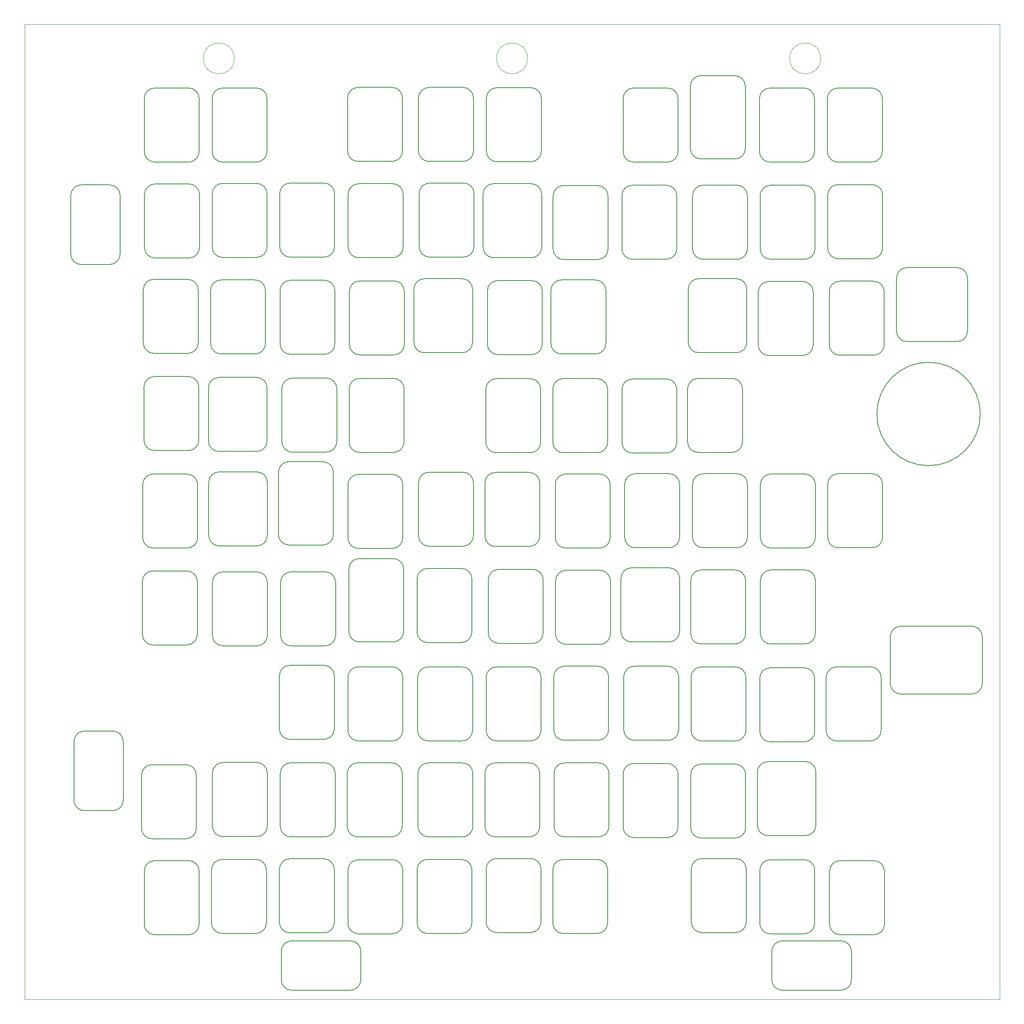
<source format=gbr>
%TF.GenerationSoftware,KiCad,Pcbnew,5.1.6-c6e7f7d~87~ubuntu18.04.1*%
%TF.CreationDate,2020-08-16T10:59:55+02:00*%
%TF.ProjectId,Elektronik,456c656b-7472-46f6-9e69-6b2e6b696361,rev?*%
%TF.SameCoordinates,Original*%
%TF.FileFunction,Profile,NP*%
%FSLAX46Y46*%
G04 Gerber Fmt 4.6, Leading zero omitted, Abs format (unit mm)*
G04 Created by KiCad (PCBNEW 5.1.6-c6e7f7d~87~ubuntu18.04.1) date 2020-08-16 10:59:55*
%MOMM*%
%LPD*%
G01*
G04 APERTURE LIST*
%TA.AperFunction,Profile*%
%ADD10C,0.150000*%
%TD*%
%TA.AperFunction,Profile*%
%ADD11C,0.050000*%
%TD*%
G04 APERTURE END LIST*
D10*
X115316000Y-85979000D02*
G75*
G02*
X113157000Y-83820000I0J2159000D01*
G01*
X113157000Y-72898000D02*
X113157000Y-83820000D01*
X125222000Y-72898000D02*
X125222000Y-83820000D01*
X115316000Y-70739000D02*
X123063000Y-70739000D01*
X123063000Y-70739000D02*
G75*
G02*
X125222000Y-72898000I0J-2159000D01*
G01*
X125222000Y-83820000D02*
G75*
G02*
X123063000Y-85979000I-2159000J0D01*
G01*
X123063000Y-85979000D02*
X115316000Y-85979000D01*
X113157000Y-72898000D02*
G75*
G02*
X115316000Y-70739000I2159000J0D01*
G01*
X211201000Y-144399000D02*
G75*
G02*
X213360000Y-142240000I2159000J0D01*
G01*
X213360000Y-142240000D02*
X227965000Y-142240000D01*
X227965000Y-156210000D02*
X213360000Y-156210000D01*
X230124000Y-154051000D02*
G75*
G02*
X227965000Y-156210000I-2159000J0D01*
G01*
X227965000Y-142240000D02*
G75*
G02*
X230124000Y-144399000I0J-2159000D01*
G01*
X230124000Y-144399000D02*
X230124000Y-154051000D01*
X213360000Y-156210000D02*
G75*
G02*
X211201000Y-154051000I0J2159000D01*
G01*
X211201000Y-144399000D02*
X211201000Y-154051000D01*
X44704000Y-51435000D02*
X50546000Y-51435000D01*
X52705000Y-65659000D02*
G75*
G02*
X50546000Y-67818000I-2159000J0D01*
G01*
X42545000Y-53594000D02*
G75*
G02*
X44704000Y-51435000I2159000J0D01*
G01*
X44704000Y-67818000D02*
X50546000Y-67818000D01*
X50546000Y-51435000D02*
G75*
G02*
X52705000Y-53594000I0J-2159000D01*
G01*
X42545000Y-65659000D02*
X42545000Y-53594000D01*
X44704000Y-67818000D02*
G75*
G02*
X42545000Y-65659000I0J2159000D01*
G01*
X52705000Y-53594000D02*
X52705000Y-65659000D01*
X51181000Y-163830000D02*
G75*
G02*
X53340000Y-165989000I0J-2159000D01*
G01*
X43180000Y-165989000D02*
G75*
G02*
X45339000Y-163830000I2159000J0D01*
G01*
X53340000Y-178054000D02*
G75*
G02*
X51181000Y-180213000I-2159000J0D01*
G01*
X45339000Y-163830000D02*
X51181000Y-163830000D01*
X45339000Y-180213000D02*
X51181000Y-180213000D01*
X43180000Y-178054000D02*
X43180000Y-165989000D01*
X45339000Y-180213000D02*
G75*
G02*
X43180000Y-178054000I0J2159000D01*
G01*
X53340000Y-165989000D02*
X53340000Y-178054000D01*
D11*
X136525000Y-25400000D02*
G75*
G03*
X136525000Y-25400000I-3175000J0D01*
G01*
X196850000Y-25400000D02*
G75*
G03*
X196850000Y-25400000I-3175000J0D01*
G01*
X76200000Y-25400000D02*
G75*
G03*
X76200000Y-25400000I-3175000J0D01*
G01*
D10*
X214630000Y-83693000D02*
G75*
G02*
X212471000Y-81534000I0J2159000D01*
G01*
X212471000Y-70612000D02*
X212471000Y-81534000D01*
X227076000Y-70612000D02*
X227076000Y-81534000D01*
X214630000Y-68453000D02*
X224917000Y-68453000D01*
X224917000Y-68453000D02*
G75*
G02*
X227076000Y-70612000I0J-2159000D01*
G01*
X227076000Y-81534000D02*
G75*
G02*
X224917000Y-83693000I-2159000J0D01*
G01*
X224917000Y-83693000D02*
X214630000Y-83693000D01*
X212471000Y-70612000D02*
G75*
G02*
X214630000Y-68453000I2159000J0D01*
G01*
X186817000Y-209169000D02*
X186817000Y-215011000D01*
X188976000Y-217170000D02*
G75*
G02*
X186817000Y-215011000I0J2159000D01*
G01*
X203200000Y-209169000D02*
X203200000Y-215011000D01*
X201041000Y-207010000D02*
G75*
G02*
X203200000Y-209169000I0J-2159000D01*
G01*
X203200000Y-215011000D02*
G75*
G02*
X201041000Y-217170000I-2159000J0D01*
G01*
X201041000Y-217170000D02*
X188976000Y-217170000D01*
X188976000Y-207010000D02*
X201041000Y-207010000D01*
X186817000Y-209169000D02*
G75*
G02*
X188976000Y-207010000I2159000J0D01*
G01*
X88011000Y-207010000D02*
X100076000Y-207010000D01*
X85852000Y-209169000D02*
X85852000Y-215011000D01*
X102235000Y-209169000D02*
X102235000Y-215011000D01*
X88011000Y-217170000D02*
G75*
G02*
X85852000Y-215011000I0J2159000D01*
G01*
X100076000Y-207010000D02*
G75*
G02*
X102235000Y-209169000I0J-2159000D01*
G01*
X102235000Y-215011000D02*
G75*
G02*
X100076000Y-217170000I-2159000J0D01*
G01*
X100076000Y-217170000D02*
X88011000Y-217170000D01*
X85852000Y-209169000D02*
G75*
G02*
X88011000Y-207010000I2159000J0D01*
G01*
X229719540Y-98575460D02*
G75*
G03*
X229719540Y-98575460I-10644540J0D01*
G01*
X181673500Y-72898000D02*
X181673500Y-83820000D01*
X169608500Y-72898000D02*
X169608500Y-83820000D01*
X171767500Y-70739000D02*
X179514500Y-70739000D01*
X171767500Y-85979000D02*
G75*
G02*
X169608500Y-83820000I0J2159000D01*
G01*
X181673500Y-83820000D02*
G75*
G02*
X179514500Y-85979000I-2159000J0D01*
G01*
X169608500Y-72898000D02*
G75*
G02*
X171767500Y-70739000I2159000J0D01*
G01*
X179514500Y-70739000D02*
G75*
G02*
X181673500Y-72898000I0J-2159000D01*
G01*
X179514500Y-85979000D02*
X171767500Y-85979000D01*
X170053000Y-31115000D02*
G75*
G02*
X172212000Y-28956000I2159000J0D01*
G01*
X170053000Y-31115000D02*
X170053000Y-43942000D01*
X179197000Y-46101000D02*
X172212000Y-46101000D01*
X172212000Y-46101000D02*
G75*
G02*
X170053000Y-43942000I0J2159000D01*
G01*
X179197000Y-28956000D02*
G75*
G02*
X181356000Y-31115000I0J-2159000D01*
G01*
X181356000Y-31115000D02*
X181356000Y-43942000D01*
X172212000Y-28956000D02*
X179197000Y-28956000D01*
X181356000Y-43942000D02*
G75*
G02*
X179197000Y-46101000I-2159000J0D01*
G01*
X96583500Y-110553500D02*
X96583500Y-123380500D01*
X94424500Y-125539500D02*
X87439500Y-125539500D01*
X94424500Y-108394500D02*
G75*
G02*
X96583500Y-110553500I0J-2159000D01*
G01*
X87439500Y-108394500D02*
X94424500Y-108394500D01*
X87439500Y-125539500D02*
G75*
G02*
X85280500Y-123380500I0J2159000D01*
G01*
X96583500Y-123380500D02*
G75*
G02*
X94424500Y-125539500I-2159000J0D01*
G01*
X85280500Y-110553500D02*
G75*
G02*
X87439500Y-108394500I2159000J0D01*
G01*
X85280500Y-110553500D02*
X85280500Y-123380500D01*
X99758500Y-130492500D02*
G75*
G02*
X101917500Y-128333500I2159000J0D01*
G01*
X99758500Y-130492500D02*
X99758500Y-143319500D01*
X108902500Y-145478500D02*
X101917500Y-145478500D01*
X101917500Y-145478500D02*
G75*
G02*
X99758500Y-143319500I0J2159000D01*
G01*
X108902500Y-128333500D02*
G75*
G02*
X111061500Y-130492500I0J-2159000D01*
G01*
X111061500Y-130492500D02*
X111061500Y-143319500D01*
X101917500Y-128333500D02*
X108902500Y-128333500D01*
X111061500Y-143319500D02*
G75*
G02*
X108902500Y-145478500I-2159000J0D01*
G01*
X70866000Y-93218000D02*
X70866000Y-104140000D01*
X70866000Y-93218000D02*
G75*
G02*
X73025000Y-91059000I2159000J0D01*
G01*
X73025000Y-106299000D02*
G75*
G02*
X70866000Y-104140000I0J2159000D01*
G01*
X80772000Y-106299000D02*
X73025000Y-106299000D01*
X80772000Y-91059000D02*
G75*
G02*
X82931000Y-93218000I0J-2159000D01*
G01*
X82931000Y-104140000D02*
G75*
G02*
X80772000Y-106299000I-2159000J0D01*
G01*
X82931000Y-93218000D02*
X82931000Y-104140000D01*
X73025000Y-91059000D02*
X80772000Y-91059000D01*
X195897500Y-172275500D02*
X195897500Y-183197500D01*
X185991500Y-185356500D02*
G75*
G02*
X183832500Y-183197500I0J2159000D01*
G01*
X185991500Y-170116500D02*
X193738500Y-170116500D01*
X195897500Y-183197500D02*
G75*
G02*
X193738500Y-185356500I-2159000J0D01*
G01*
X183832500Y-172275500D02*
G75*
G02*
X185991500Y-170116500I2159000J0D01*
G01*
X193738500Y-185356500D02*
X185991500Y-185356500D01*
X193738500Y-170116500D02*
G75*
G02*
X195897500Y-172275500I0J-2159000D01*
G01*
X183832500Y-172275500D02*
X183832500Y-183197500D01*
X167830500Y-132397500D02*
X167830500Y-143319500D01*
X157924500Y-145478500D02*
G75*
G02*
X155765500Y-143319500I0J2159000D01*
G01*
X155765500Y-132397500D02*
X155765500Y-143319500D01*
X165671500Y-130238500D02*
G75*
G02*
X167830500Y-132397500I0J-2159000D01*
G01*
X155765500Y-132397500D02*
G75*
G02*
X157924500Y-130238500I2159000J0D01*
G01*
X157924500Y-130238500D02*
X165671500Y-130238500D01*
X165671500Y-145478500D02*
X157924500Y-145478500D01*
X167830500Y-143319500D02*
G75*
G02*
X165671500Y-145478500I-2159000J0D01*
G01*
X82994500Y-112649000D02*
X82994500Y-123571000D01*
X70929500Y-112649000D02*
X70929500Y-123571000D01*
X73088500Y-110490000D02*
X80835500Y-110490000D01*
X73088500Y-125730000D02*
G75*
G02*
X70929500Y-123571000I0J2159000D01*
G01*
X82994500Y-123571000D02*
G75*
G02*
X80835500Y-125730000I-2159000J0D01*
G01*
X70929500Y-112649000D02*
G75*
G02*
X73088500Y-110490000I2159000J0D01*
G01*
X80835500Y-110490000D02*
G75*
G02*
X82994500Y-112649000I0J-2159000D01*
G01*
X80835500Y-125730000D02*
X73088500Y-125730000D01*
X139446000Y-53340000D02*
X139446000Y-64262000D01*
X127381000Y-53340000D02*
X127381000Y-64262000D01*
X129540000Y-51181000D02*
X137287000Y-51181000D01*
X129540000Y-66421000D02*
G75*
G02*
X127381000Y-64262000I0J2159000D01*
G01*
X139446000Y-64262000D02*
G75*
G02*
X137287000Y-66421000I-2159000J0D01*
G01*
X127381000Y-53340000D02*
G75*
G02*
X129540000Y-51181000I2159000J0D01*
G01*
X137287000Y-51181000D02*
G75*
G02*
X139446000Y-53340000I0J-2159000D01*
G01*
X137287000Y-66421000D02*
X129540000Y-66421000D01*
X156527500Y-113030000D02*
G75*
G02*
X158686500Y-110871000I2159000J0D01*
G01*
X156527500Y-113030000D02*
X156527500Y-123952000D01*
X165671500Y-126111000D02*
X158686500Y-126111000D01*
X165671500Y-110871000D02*
G75*
G02*
X167830500Y-113030000I0J-2159000D01*
G01*
X167830500Y-123952000D02*
G75*
G02*
X165671500Y-126111000I-2159000J0D01*
G01*
X158686500Y-110871000D02*
X165671500Y-110871000D01*
X167830500Y-113030000D02*
X167830500Y-123952000D01*
X158686500Y-126111000D02*
G75*
G02*
X156527500Y-123952000I0J2159000D01*
G01*
X151384000Y-126174500D02*
X144399000Y-126174500D01*
X153543000Y-113093500D02*
X153543000Y-124015500D01*
X151384000Y-110934500D02*
G75*
G02*
X153543000Y-113093500I0J-2159000D01*
G01*
X144399000Y-110934500D02*
X151384000Y-110934500D01*
X142240000Y-113093500D02*
G75*
G02*
X144399000Y-110934500I2159000J0D01*
G01*
X142240000Y-113093500D02*
X142240000Y-124015500D01*
X153543000Y-124015500D02*
G75*
G02*
X151384000Y-126174500I-2159000J0D01*
G01*
X144399000Y-126174500D02*
G75*
G02*
X142240000Y-124015500I0J2159000D01*
G01*
X129921000Y-125857000D02*
G75*
G02*
X127762000Y-123698000I0J2159000D01*
G01*
X129921000Y-110617000D02*
X136906000Y-110617000D01*
X139065000Y-112776000D02*
X139065000Y-123698000D01*
X136906000Y-110617000D02*
G75*
G02*
X139065000Y-112776000I0J-2159000D01*
G01*
X136906000Y-125857000D02*
X129921000Y-125857000D01*
X127762000Y-112776000D02*
G75*
G02*
X129921000Y-110617000I2159000J0D01*
G01*
X127762000Y-112776000D02*
X127762000Y-123698000D01*
X139065000Y-123698000D02*
G75*
G02*
X136906000Y-125857000I-2159000J0D01*
G01*
X123253500Y-125793500D02*
X116268500Y-125793500D01*
X123253500Y-110553500D02*
G75*
G02*
X125412500Y-112712500I0J-2159000D01*
G01*
X125412500Y-123634500D02*
G75*
G02*
X123253500Y-125793500I-2159000J0D01*
G01*
X116268500Y-125793500D02*
G75*
G02*
X114109500Y-123634500I0J2159000D01*
G01*
X116268500Y-110553500D02*
X123253500Y-110553500D01*
X114109500Y-112712500D02*
X114109500Y-123634500D01*
X114109500Y-112712500D02*
G75*
G02*
X116268500Y-110553500I2159000J0D01*
G01*
X125412500Y-112712500D02*
X125412500Y-123634500D01*
X99568000Y-113157000D02*
X99568000Y-124079000D01*
X108712000Y-110998000D02*
G75*
G02*
X110871000Y-113157000I0J-2159000D01*
G01*
X101727000Y-110998000D02*
X108712000Y-110998000D01*
X101727000Y-126238000D02*
G75*
G02*
X99568000Y-124079000I0J2159000D01*
G01*
X110871000Y-124079000D02*
G75*
G02*
X108712000Y-126238000I-2159000J0D01*
G01*
X108712000Y-126238000D02*
X101727000Y-126238000D01*
X110871000Y-113157000D02*
X110871000Y-124079000D01*
X99568000Y-113157000D02*
G75*
G02*
X101727000Y-110998000I2159000J0D01*
G01*
X207454500Y-51371500D02*
G75*
G02*
X209613500Y-53530500I0J-2159000D01*
G01*
X209613500Y-64452500D02*
G75*
G02*
X207454500Y-66611500I-2159000J0D01*
G01*
X200469500Y-66611500D02*
G75*
G02*
X198310500Y-64452500I0J2159000D01*
G01*
X209613500Y-53530500D02*
X209613500Y-64452500D01*
X200469500Y-51371500D02*
X207454500Y-51371500D01*
X207454500Y-66611500D02*
X200469500Y-66611500D01*
X198310500Y-53530500D02*
X198310500Y-64452500D01*
X198310500Y-53530500D02*
G75*
G02*
X200469500Y-51371500I2159000J0D01*
G01*
X186563000Y-51498500D02*
X193548000Y-51498500D01*
X184404000Y-53657500D02*
G75*
G02*
X186563000Y-51498500I2159000J0D01*
G01*
X193548000Y-51498500D02*
G75*
G02*
X195707000Y-53657500I0J-2159000D01*
G01*
X186563000Y-66738500D02*
G75*
G02*
X184404000Y-64579500I0J2159000D01*
G01*
X193548000Y-66738500D02*
X186563000Y-66738500D01*
X195707000Y-53657500D02*
X195707000Y-64579500D01*
X184404000Y-53657500D02*
X184404000Y-64579500D01*
X195707000Y-64579500D02*
G75*
G02*
X193548000Y-66738500I-2159000J0D01*
G01*
X200787000Y-71247000D02*
X207772000Y-71247000D01*
X207772000Y-71247000D02*
G75*
G02*
X209931000Y-73406000I0J-2159000D01*
G01*
X207772000Y-86487000D02*
X200787000Y-86487000D01*
X200787000Y-86487000D02*
G75*
G02*
X198628000Y-84328000I0J2159000D01*
G01*
X209931000Y-84328000D02*
G75*
G02*
X207772000Y-86487000I-2159000J0D01*
G01*
X198628000Y-73406000D02*
G75*
G02*
X200787000Y-71247000I2159000J0D01*
G01*
X198628000Y-73406000D02*
X198628000Y-84328000D01*
X209931000Y-73406000D02*
X209931000Y-84328000D01*
X186182000Y-71310500D02*
X193167000Y-71310500D01*
X195326000Y-73469500D02*
X195326000Y-84391500D01*
X195326000Y-84391500D02*
G75*
G02*
X193167000Y-86550500I-2159000J0D01*
G01*
X193167000Y-86550500D02*
X186182000Y-86550500D01*
X184023000Y-73469500D02*
G75*
G02*
X186182000Y-71310500I2159000J0D01*
G01*
X193167000Y-71310500D02*
G75*
G02*
X195326000Y-73469500I0J-2159000D01*
G01*
X186182000Y-86550500D02*
G75*
G02*
X184023000Y-84391500I0J2159000D01*
G01*
X184023000Y-73469500D02*
X184023000Y-84391500D01*
X141351000Y-73152000D02*
G75*
G02*
X143510000Y-70993000I2159000J0D01*
G01*
X141351000Y-73152000D02*
X141351000Y-84074000D01*
X150495000Y-70993000D02*
G75*
G02*
X152654000Y-73152000I0J-2159000D01*
G01*
X152654000Y-73152000D02*
X152654000Y-84074000D01*
X152654000Y-84074000D02*
G75*
G02*
X150495000Y-86233000I-2159000J0D01*
G01*
X150495000Y-86233000D02*
X143510000Y-86233000D01*
X143510000Y-70993000D02*
X150495000Y-70993000D01*
X143510000Y-86233000D02*
G75*
G02*
X141351000Y-84074000I0J2159000D01*
G01*
X130429000Y-71120000D02*
X137414000Y-71120000D01*
X139573000Y-84201000D02*
G75*
G02*
X137414000Y-86360000I-2159000J0D01*
G01*
X139573000Y-73279000D02*
X139573000Y-84201000D01*
X130429000Y-86360000D02*
G75*
G02*
X128270000Y-84201000I0J2159000D01*
G01*
X137414000Y-71120000D02*
G75*
G02*
X139573000Y-73279000I0J-2159000D01*
G01*
X128270000Y-73279000D02*
X128270000Y-84201000D01*
X137414000Y-86360000D02*
X130429000Y-86360000D01*
X128270000Y-73279000D02*
G75*
G02*
X130429000Y-71120000I2159000J0D01*
G01*
X111188500Y-84264500D02*
G75*
G02*
X109029500Y-86423500I-2159000J0D01*
G01*
X102044500Y-71183500D02*
X109029500Y-71183500D01*
X99885500Y-73342500D02*
G75*
G02*
X102044500Y-71183500I2159000J0D01*
G01*
X109029500Y-86423500D02*
X102044500Y-86423500D01*
X99885500Y-73342500D02*
X99885500Y-84264500D01*
X102044500Y-86423500D02*
G75*
G02*
X99885500Y-84264500I0J2159000D01*
G01*
X111188500Y-73342500D02*
X111188500Y-84264500D01*
X109029500Y-71183500D02*
G75*
G02*
X111188500Y-73342500I0J-2159000D01*
G01*
X96901000Y-73215500D02*
X96901000Y-84137500D01*
X94742000Y-86296500D02*
X87757000Y-86296500D01*
X96901000Y-84137500D02*
G75*
G02*
X94742000Y-86296500I-2159000J0D01*
G01*
X85598000Y-73215500D02*
G75*
G02*
X87757000Y-71056500I2159000J0D01*
G01*
X94742000Y-71056500D02*
G75*
G02*
X96901000Y-73215500I0J-2159000D01*
G01*
X85598000Y-73215500D02*
X85598000Y-84137500D01*
X87757000Y-71056500D02*
X94742000Y-71056500D01*
X87757000Y-86296500D02*
G75*
G02*
X85598000Y-84137500I0J2159000D01*
G01*
X97282000Y-104267000D02*
G75*
G02*
X95123000Y-106426000I-2159000J0D01*
G01*
X95123000Y-91186000D02*
G75*
G02*
X97282000Y-93345000I0J-2159000D01*
G01*
X88138000Y-91186000D02*
X95123000Y-91186000D01*
X95123000Y-106426000D02*
X88138000Y-106426000D01*
X88138000Y-106426000D02*
G75*
G02*
X85979000Y-104267000I0J2159000D01*
G01*
X85979000Y-93345000D02*
G75*
G02*
X88138000Y-91186000I2159000J0D01*
G01*
X97282000Y-93345000D02*
X97282000Y-104267000D01*
X85979000Y-93345000D02*
X85979000Y-104267000D01*
X99822000Y-93408500D02*
X99822000Y-104330500D01*
X111125000Y-93408500D02*
X111125000Y-104330500D01*
X108966000Y-91249500D02*
G75*
G02*
X111125000Y-93408500I0J-2159000D01*
G01*
X108966000Y-106489500D02*
X101981000Y-106489500D01*
X111125000Y-104330500D02*
G75*
G02*
X108966000Y-106489500I-2159000J0D01*
G01*
X101981000Y-91249500D02*
X108966000Y-91249500D01*
X101981000Y-106489500D02*
G75*
G02*
X99822000Y-104330500I0J2159000D01*
G01*
X99822000Y-93408500D02*
G75*
G02*
X101981000Y-91249500I2159000J0D01*
G01*
X130111500Y-91313000D02*
X137096500Y-91313000D01*
X127952500Y-93472000D02*
G75*
G02*
X130111500Y-91313000I2159000J0D01*
G01*
X127952500Y-93472000D02*
X127952500Y-104394000D01*
X137096500Y-106553000D02*
X130111500Y-106553000D01*
X139255500Y-93472000D02*
X139255500Y-104394000D01*
X137096500Y-91313000D02*
G75*
G02*
X139255500Y-93472000I0J-2159000D01*
G01*
X130111500Y-106553000D02*
G75*
G02*
X127952500Y-104394000I0J2159000D01*
G01*
X139255500Y-104394000D02*
G75*
G02*
X137096500Y-106553000I-2159000J0D01*
G01*
X143891000Y-91313000D02*
X150876000Y-91313000D01*
X141732000Y-93472000D02*
G75*
G02*
X143891000Y-91313000I2159000J0D01*
G01*
X143891000Y-106553000D02*
G75*
G02*
X141732000Y-104394000I0J2159000D01*
G01*
X150876000Y-91313000D02*
G75*
G02*
X153035000Y-93472000I0J-2159000D01*
G01*
X153035000Y-93472000D02*
X153035000Y-104394000D01*
X141732000Y-93472000D02*
X141732000Y-104394000D01*
X153035000Y-104394000D02*
G75*
G02*
X150876000Y-106553000I-2159000J0D01*
G01*
X150876000Y-106553000D02*
X143891000Y-106553000D01*
X155956000Y-93535500D02*
X155956000Y-104457500D01*
X167259000Y-93535500D02*
X167259000Y-104457500D01*
X158115000Y-106616500D02*
G75*
G02*
X155956000Y-104457500I0J2159000D01*
G01*
X155956000Y-93535500D02*
G75*
G02*
X158115000Y-91376500I2159000J0D01*
G01*
X158115000Y-91376500D02*
X165100000Y-91376500D01*
X167259000Y-104457500D02*
G75*
G02*
X165100000Y-106616500I-2159000J0D01*
G01*
X165100000Y-106616500D02*
X158115000Y-106616500D01*
X165100000Y-91376500D02*
G75*
G02*
X167259000Y-93535500I0J-2159000D01*
G01*
X171640500Y-106489500D02*
G75*
G02*
X169481500Y-104330500I0J2159000D01*
G01*
X169481500Y-93408500D02*
X169481500Y-104330500D01*
X178625500Y-91249500D02*
G75*
G02*
X180784500Y-93408500I0J-2159000D01*
G01*
X169481500Y-93408500D02*
G75*
G02*
X171640500Y-91249500I2159000J0D01*
G01*
X171640500Y-91249500D02*
X178625500Y-91249500D01*
X180784500Y-104330500D02*
G75*
G02*
X178625500Y-106489500I-2159000J0D01*
G01*
X178625500Y-106489500D02*
X171640500Y-106489500D01*
X180784500Y-93408500D02*
X180784500Y-104330500D01*
X179641500Y-110871000D02*
G75*
G02*
X181800500Y-113030000I0J-2159000D01*
G01*
X170497500Y-113030000D02*
G75*
G02*
X172656500Y-110871000I2159000J0D01*
G01*
X181800500Y-123952000D02*
G75*
G02*
X179641500Y-126111000I-2159000J0D01*
G01*
X179641500Y-126111000D02*
X172656500Y-126111000D01*
X172656500Y-110871000D02*
X179641500Y-110871000D01*
X181800500Y-113030000D02*
X181800500Y-123952000D01*
X170497500Y-113030000D02*
X170497500Y-123952000D01*
X172656500Y-126111000D02*
G75*
G02*
X170497500Y-123952000I0J2159000D01*
G01*
X186626500Y-110934500D02*
X193611500Y-110934500D01*
X184467500Y-113093500D02*
G75*
G02*
X186626500Y-110934500I2159000J0D01*
G01*
X193611500Y-126174500D02*
X186626500Y-126174500D01*
X184467500Y-113093500D02*
X184467500Y-124015500D01*
X186626500Y-126174500D02*
G75*
G02*
X184467500Y-124015500I0J2159000D01*
G01*
X193611500Y-110934500D02*
G75*
G02*
X195770500Y-113093500I0J-2159000D01*
G01*
X195770500Y-124015500D02*
G75*
G02*
X193611500Y-126174500I-2159000J0D01*
G01*
X195770500Y-113093500D02*
X195770500Y-124015500D01*
X209613500Y-123952000D02*
G75*
G02*
X207454500Y-126111000I-2159000J0D01*
G01*
X200469500Y-126111000D02*
G75*
G02*
X198310500Y-123952000I0J2159000D01*
G01*
X198310500Y-113030000D02*
X198310500Y-123952000D01*
X198310500Y-113030000D02*
G75*
G02*
X200469500Y-110871000I2159000J0D01*
G01*
X209613500Y-113030000D02*
X209613500Y-123952000D01*
X200469500Y-110871000D02*
X207454500Y-110871000D01*
X207454500Y-126111000D02*
X200469500Y-126111000D01*
X207454500Y-110871000D02*
G75*
G02*
X209613500Y-113030000I0J-2159000D01*
G01*
X122936000Y-130365500D02*
G75*
G02*
X125095000Y-132524500I0J-2159000D01*
G01*
X113792000Y-132524500D02*
X113792000Y-143446500D01*
X122936000Y-145605500D02*
X115951000Y-145605500D01*
X115951000Y-145605500D02*
G75*
G02*
X113792000Y-143446500I0J2159000D01*
G01*
X113792000Y-132524500D02*
G75*
G02*
X115951000Y-130365500I2159000J0D01*
G01*
X125095000Y-132524500D02*
X125095000Y-143446500D01*
X115951000Y-130365500D02*
X122936000Y-130365500D01*
X125095000Y-143446500D02*
G75*
G02*
X122936000Y-145605500I-2159000J0D01*
G01*
X128460500Y-132715000D02*
G75*
G02*
X130619500Y-130556000I2159000J0D01*
G01*
X139763500Y-143637000D02*
G75*
G02*
X137604500Y-145796000I-2159000J0D01*
G01*
X137604500Y-145796000D02*
X130619500Y-145796000D01*
X130619500Y-130556000D02*
X137604500Y-130556000D01*
X137604500Y-130556000D02*
G75*
G02*
X139763500Y-132715000I0J-2159000D01*
G01*
X139763500Y-132715000D02*
X139763500Y-143637000D01*
X128460500Y-132715000D02*
X128460500Y-143637000D01*
X130619500Y-145796000D02*
G75*
G02*
X128460500Y-143637000I0J2159000D01*
G01*
X142303500Y-132905500D02*
X142303500Y-143827500D01*
X151447500Y-130746500D02*
G75*
G02*
X153606500Y-132905500I0J-2159000D01*
G01*
X144462500Y-130746500D02*
X151447500Y-130746500D01*
X153606500Y-143827500D02*
G75*
G02*
X151447500Y-145986500I-2159000J0D01*
G01*
X142303500Y-132905500D02*
G75*
G02*
X144462500Y-130746500I2159000J0D01*
G01*
X151447500Y-145986500D02*
X144462500Y-145986500D01*
X144462500Y-145986500D02*
G75*
G02*
X142303500Y-143827500I0J2159000D01*
G01*
X153606500Y-132905500D02*
X153606500Y-143827500D01*
X181419500Y-143764000D02*
G75*
G02*
X179260500Y-145923000I-2159000J0D01*
G01*
X170116500Y-132842000D02*
G75*
G02*
X172275500Y-130683000I2159000J0D01*
G01*
X181419500Y-132842000D02*
X181419500Y-143764000D01*
X172275500Y-130683000D02*
X179260500Y-130683000D01*
X179260500Y-145923000D02*
X172275500Y-145923000D01*
X170116500Y-132842000D02*
X170116500Y-143764000D01*
X179260500Y-130683000D02*
G75*
G02*
X181419500Y-132842000I0J-2159000D01*
G01*
X172275500Y-145923000D02*
G75*
G02*
X170116500Y-143764000I0J2159000D01*
G01*
X186626500Y-145923000D02*
G75*
G02*
X184467500Y-143764000I0J2159000D01*
G01*
X186626500Y-130683000D02*
X193611500Y-130683000D01*
X184467500Y-132842000D02*
G75*
G02*
X186626500Y-130683000I2159000J0D01*
G01*
X195770500Y-143764000D02*
G75*
G02*
X193611500Y-145923000I-2159000J0D01*
G01*
X195770500Y-132842000D02*
X195770500Y-143764000D01*
X184467500Y-132842000D02*
X184467500Y-143764000D01*
X193611500Y-130683000D02*
G75*
G02*
X195770500Y-132842000I0J-2159000D01*
G01*
X193611500Y-145923000D02*
X186626500Y-145923000D01*
X209296000Y-163703000D02*
G75*
G02*
X207137000Y-165862000I-2159000J0D01*
G01*
X200152000Y-165862000D02*
G75*
G02*
X197993000Y-163703000I0J2159000D01*
G01*
X200152000Y-150622000D02*
X207137000Y-150622000D01*
X207137000Y-150622000D02*
G75*
G02*
X209296000Y-152781000I0J-2159000D01*
G01*
X207137000Y-165862000D02*
X200152000Y-165862000D01*
X197993000Y-152781000D02*
G75*
G02*
X200152000Y-150622000I2159000J0D01*
G01*
X209296000Y-152781000D02*
X209296000Y-163703000D01*
X197993000Y-152781000D02*
X197993000Y-163703000D01*
X186499500Y-166052500D02*
G75*
G02*
X184340500Y-163893500I0J2159000D01*
G01*
X184340500Y-152971500D02*
G75*
G02*
X186499500Y-150812500I2159000J0D01*
G01*
X195643500Y-163893500D02*
G75*
G02*
X193484500Y-166052500I-2159000J0D01*
G01*
X184340500Y-152971500D02*
X184340500Y-163893500D01*
X195643500Y-152971500D02*
X195643500Y-163893500D01*
X193484500Y-166052500D02*
X186499500Y-166052500D01*
X186499500Y-150812500D02*
X193484500Y-150812500D01*
X193484500Y-150812500D02*
G75*
G02*
X195643500Y-152971500I0J-2159000D01*
G01*
X179324000Y-150622000D02*
G75*
G02*
X181483000Y-152781000I0J-2159000D01*
G01*
X179324000Y-165862000D02*
X172339000Y-165862000D01*
X181483000Y-152781000D02*
X181483000Y-163703000D01*
X181483000Y-163703000D02*
G75*
G02*
X179324000Y-165862000I-2159000J0D01*
G01*
X170180000Y-152781000D02*
G75*
G02*
X172339000Y-150622000I2159000J0D01*
G01*
X170180000Y-152781000D02*
X170180000Y-163703000D01*
X172339000Y-150622000D02*
X179324000Y-150622000D01*
X172339000Y-165862000D02*
G75*
G02*
X170180000Y-163703000I0J2159000D01*
G01*
X165481000Y-165735000D02*
X158496000Y-165735000D01*
X167640000Y-152654000D02*
X167640000Y-163576000D01*
X165481000Y-150495000D02*
G75*
G02*
X167640000Y-152654000I0J-2159000D01*
G01*
X167640000Y-163576000D02*
G75*
G02*
X165481000Y-165735000I-2159000J0D01*
G01*
X158496000Y-165735000D02*
G75*
G02*
X156337000Y-163576000I0J2159000D01*
G01*
X156337000Y-152654000D02*
G75*
G02*
X158496000Y-150495000I2159000J0D01*
G01*
X158496000Y-150495000D02*
X165481000Y-150495000D01*
X156337000Y-152654000D02*
X156337000Y-163576000D01*
X151066500Y-165735000D02*
X144081500Y-165735000D01*
X141922500Y-152654000D02*
G75*
G02*
X144081500Y-150495000I2159000J0D01*
G01*
X153225500Y-163576000D02*
G75*
G02*
X151066500Y-165735000I-2159000J0D01*
G01*
X144081500Y-150495000D02*
X151066500Y-150495000D01*
X144081500Y-165735000D02*
G75*
G02*
X141922500Y-163576000I0J2159000D01*
G01*
X151066500Y-150495000D02*
G75*
G02*
X153225500Y-152654000I0J-2159000D01*
G01*
X141922500Y-152654000D02*
X141922500Y-163576000D01*
X153225500Y-152654000D02*
X153225500Y-163576000D01*
X130175000Y-165862000D02*
G75*
G02*
X128016000Y-163703000I0J2159000D01*
G01*
X139319000Y-163703000D02*
G75*
G02*
X137160000Y-165862000I-2159000J0D01*
G01*
X137160000Y-165862000D02*
X130175000Y-165862000D01*
X137160000Y-150622000D02*
G75*
G02*
X139319000Y-152781000I0J-2159000D01*
G01*
X128016000Y-152781000D02*
G75*
G02*
X130175000Y-150622000I2159000J0D01*
G01*
X128016000Y-152781000D02*
X128016000Y-163703000D01*
X130175000Y-150622000D02*
X137160000Y-150622000D01*
X139319000Y-152781000D02*
X139319000Y-163703000D01*
X108712000Y-165862000D02*
X101727000Y-165862000D01*
X110871000Y-163703000D02*
G75*
G02*
X108712000Y-165862000I-2159000J0D01*
G01*
X110871000Y-152781000D02*
X110871000Y-163703000D01*
X99568000Y-152781000D02*
X99568000Y-163703000D01*
X108712000Y-150622000D02*
G75*
G02*
X110871000Y-152781000I0J-2159000D01*
G01*
X99568000Y-152781000D02*
G75*
G02*
X101727000Y-150622000I2159000J0D01*
G01*
X101727000Y-165862000D02*
G75*
G02*
X99568000Y-163703000I0J2159000D01*
G01*
X101727000Y-150622000D02*
X108712000Y-150622000D01*
X123063000Y-165862000D02*
X116078000Y-165862000D01*
X123063000Y-150622000D02*
G75*
G02*
X125222000Y-152781000I0J-2159000D01*
G01*
X125222000Y-163703000D02*
G75*
G02*
X123063000Y-165862000I-2159000J0D01*
G01*
X113919000Y-152781000D02*
G75*
G02*
X116078000Y-150622000I2159000J0D01*
G01*
X116078000Y-165862000D02*
G75*
G02*
X113919000Y-163703000I0J2159000D01*
G01*
X113919000Y-152781000D02*
X113919000Y-163703000D01*
X125222000Y-152781000D02*
X125222000Y-163703000D01*
X116078000Y-150622000D02*
X123063000Y-150622000D01*
X82994500Y-172466000D02*
X82994500Y-183388000D01*
X73850500Y-185547000D02*
G75*
G02*
X71691500Y-183388000I0J2159000D01*
G01*
X71691500Y-172466000D02*
X71691500Y-183388000D01*
X80835500Y-185547000D02*
X73850500Y-185547000D01*
X80835500Y-170307000D02*
G75*
G02*
X82994500Y-172466000I0J-2159000D01*
G01*
X71691500Y-172466000D02*
G75*
G02*
X73850500Y-170307000I2159000J0D01*
G01*
X73850500Y-170307000D02*
X80835500Y-170307000D01*
X82994500Y-183388000D02*
G75*
G02*
X80835500Y-185547000I-2159000J0D01*
G01*
X85661500Y-172529500D02*
G75*
G02*
X87820500Y-170370500I2159000J0D01*
G01*
X94805500Y-185610500D02*
X87820500Y-185610500D01*
X85661500Y-172529500D02*
X85661500Y-183451500D01*
X96964500Y-172529500D02*
X96964500Y-183451500D01*
X94805500Y-170370500D02*
G75*
G02*
X96964500Y-172529500I0J-2159000D01*
G01*
X96964500Y-183451500D02*
G75*
G02*
X94805500Y-185610500I-2159000J0D01*
G01*
X87820500Y-185610500D02*
G75*
G02*
X85661500Y-183451500I0J2159000D01*
G01*
X87820500Y-170370500D02*
X94805500Y-170370500D01*
X108585000Y-170370500D02*
G75*
G02*
X110744000Y-172529500I0J-2159000D01*
G01*
X101600000Y-185610500D02*
G75*
G02*
X99441000Y-183451500I0J2159000D01*
G01*
X99441000Y-172529500D02*
G75*
G02*
X101600000Y-170370500I2159000J0D01*
G01*
X108585000Y-185610500D02*
X101600000Y-185610500D01*
X110744000Y-183451500D02*
G75*
G02*
X108585000Y-185610500I-2159000J0D01*
G01*
X101600000Y-170370500D02*
X108585000Y-170370500D01*
X110744000Y-172529500D02*
X110744000Y-183451500D01*
X99441000Y-172529500D02*
X99441000Y-183451500D01*
X125285500Y-183451500D02*
G75*
G02*
X123126500Y-185610500I-2159000J0D01*
G01*
X116141500Y-170370500D02*
X123126500Y-170370500D01*
X116141500Y-185610500D02*
G75*
G02*
X113982500Y-183451500I0J2159000D01*
G01*
X123126500Y-170370500D02*
G75*
G02*
X125285500Y-172529500I0J-2159000D01*
G01*
X125285500Y-172529500D02*
X125285500Y-183451500D01*
X113982500Y-172529500D02*
G75*
G02*
X116141500Y-170370500I2159000J0D01*
G01*
X113982500Y-172529500D02*
X113982500Y-183451500D01*
X123126500Y-185610500D02*
X116141500Y-185610500D01*
X127762000Y-172529500D02*
X127762000Y-183451500D01*
X139065000Y-183451500D02*
G75*
G02*
X136906000Y-185610500I-2159000J0D01*
G01*
X129921000Y-185610500D02*
G75*
G02*
X127762000Y-183451500I0J2159000D01*
G01*
X139065000Y-172529500D02*
X139065000Y-183451500D01*
X136906000Y-185610500D02*
X129921000Y-185610500D01*
X127762000Y-172529500D02*
G75*
G02*
X129921000Y-170370500I2159000J0D01*
G01*
X136906000Y-170370500D02*
G75*
G02*
X139065000Y-172529500I0J-2159000D01*
G01*
X129921000Y-170370500D02*
X136906000Y-170370500D01*
X144145000Y-185610500D02*
G75*
G02*
X141986000Y-183451500I0J2159000D01*
G01*
X153289000Y-172529500D02*
X153289000Y-183451500D01*
X153289000Y-183451500D02*
G75*
G02*
X151130000Y-185610500I-2159000J0D01*
G01*
X141986000Y-172529500D02*
X141986000Y-183451500D01*
X141986000Y-172529500D02*
G75*
G02*
X144145000Y-170370500I2159000J0D01*
G01*
X151130000Y-185610500D02*
X144145000Y-185610500D01*
X144145000Y-170370500D02*
X151130000Y-170370500D01*
X151130000Y-170370500D02*
G75*
G02*
X153289000Y-172529500I0J-2159000D01*
G01*
X158369000Y-185737500D02*
G75*
G02*
X156210000Y-183578500I0J2159000D01*
G01*
X158369000Y-170497500D02*
X165354000Y-170497500D01*
X165354000Y-185737500D02*
X158369000Y-185737500D01*
X156210000Y-172656500D02*
G75*
G02*
X158369000Y-170497500I2159000J0D01*
G01*
X167513000Y-172656500D02*
X167513000Y-183578500D01*
X165354000Y-170497500D02*
G75*
G02*
X167513000Y-172656500I0J-2159000D01*
G01*
X167513000Y-183578500D02*
G75*
G02*
X165354000Y-185737500I-2159000J0D01*
G01*
X156210000Y-172656500D02*
X156210000Y-183578500D01*
X170116500Y-172783500D02*
X170116500Y-183705500D01*
X181419500Y-172783500D02*
X181419500Y-183705500D01*
X172275500Y-170624500D02*
X179260500Y-170624500D01*
X172275500Y-185864500D02*
G75*
G02*
X170116500Y-183705500I0J2159000D01*
G01*
X179260500Y-185864500D02*
X172275500Y-185864500D01*
X181419500Y-183705500D02*
G75*
G02*
X179260500Y-185864500I-2159000J0D01*
G01*
X179260500Y-170624500D02*
G75*
G02*
X181419500Y-172783500I0J-2159000D01*
G01*
X170116500Y-172783500D02*
G75*
G02*
X172275500Y-170624500I2159000J0D01*
G01*
X209994500Y-192659000D02*
X209994500Y-203581000D01*
X207835500Y-205740000D02*
X200850500Y-205740000D01*
X200850500Y-205740000D02*
G75*
G02*
X198691500Y-203581000I0J2159000D01*
G01*
X209994500Y-203581000D02*
G75*
G02*
X207835500Y-205740000I-2159000J0D01*
G01*
X207835500Y-190500000D02*
G75*
G02*
X209994500Y-192659000I0J-2159000D01*
G01*
X200850500Y-190500000D02*
X207835500Y-190500000D01*
X198691500Y-192659000D02*
X198691500Y-203581000D01*
X198691500Y-192659000D02*
G75*
G02*
X200850500Y-190500000I2159000J0D01*
G01*
X184340500Y-192468500D02*
X184340500Y-203390500D01*
X193484500Y-205549500D02*
X186499500Y-205549500D01*
X195643500Y-203390500D02*
G75*
G02*
X193484500Y-205549500I-2159000J0D01*
G01*
X193484500Y-190309500D02*
G75*
G02*
X195643500Y-192468500I0J-2159000D01*
G01*
X184340500Y-192468500D02*
G75*
G02*
X186499500Y-190309500I2159000J0D01*
G01*
X195643500Y-192468500D02*
X195643500Y-203390500D01*
X186499500Y-205549500D02*
G75*
G02*
X184340500Y-203390500I0J2159000D01*
G01*
X186499500Y-190309500D02*
X193484500Y-190309500D01*
X181546500Y-203136500D02*
G75*
G02*
X179387500Y-205295500I-2159000J0D01*
G01*
X179387500Y-190055500D02*
G75*
G02*
X181546500Y-192214500I0J-2159000D01*
G01*
X181546500Y-192214500D02*
X181546500Y-203136500D01*
X170243500Y-192214500D02*
G75*
G02*
X172402500Y-190055500I2159000J0D01*
G01*
X179387500Y-205295500D02*
X172402500Y-205295500D01*
X172402500Y-190055500D02*
X179387500Y-190055500D01*
X172402500Y-205295500D02*
G75*
G02*
X170243500Y-203136500I0J2159000D01*
G01*
X170243500Y-192214500D02*
X170243500Y-203136500D01*
X141732000Y-192405000D02*
X141732000Y-203327000D01*
X143891000Y-190246000D02*
X150876000Y-190246000D01*
X150876000Y-205486000D02*
X143891000Y-205486000D01*
X153035000Y-192405000D02*
X153035000Y-203327000D01*
X150876000Y-190246000D02*
G75*
G02*
X153035000Y-192405000I0J-2159000D01*
G01*
X141732000Y-192405000D02*
G75*
G02*
X143891000Y-190246000I2159000J0D01*
G01*
X143891000Y-205486000D02*
G75*
G02*
X141732000Y-203327000I0J2159000D01*
G01*
X153035000Y-203327000D02*
G75*
G02*
X150876000Y-205486000I-2159000J0D01*
G01*
X130175000Y-205295500D02*
G75*
G02*
X128016000Y-203136500I0J2159000D01*
G01*
X139319000Y-203136500D02*
G75*
G02*
X137160000Y-205295500I-2159000J0D01*
G01*
X128016000Y-192214500D02*
X128016000Y-203136500D01*
X128016000Y-192214500D02*
G75*
G02*
X130175000Y-190055500I2159000J0D01*
G01*
X137160000Y-190055500D02*
G75*
G02*
X139319000Y-192214500I0J-2159000D01*
G01*
X130175000Y-190055500D02*
X137160000Y-190055500D01*
X139319000Y-192214500D02*
X139319000Y-203136500D01*
X137160000Y-205295500D02*
X130175000Y-205295500D01*
X122936000Y-205486000D02*
X115951000Y-205486000D01*
X113792000Y-192405000D02*
X113792000Y-203327000D01*
X122936000Y-190246000D02*
G75*
G02*
X125095000Y-192405000I0J-2159000D01*
G01*
X125095000Y-203327000D02*
G75*
G02*
X122936000Y-205486000I-2159000J0D01*
G01*
X113792000Y-192405000D02*
G75*
G02*
X115951000Y-190246000I2159000J0D01*
G01*
X125095000Y-192405000D02*
X125095000Y-203327000D01*
X115951000Y-205486000D02*
G75*
G02*
X113792000Y-203327000I0J2159000D01*
G01*
X115951000Y-190246000D02*
X122936000Y-190246000D01*
X108712000Y-205549500D02*
X101727000Y-205549500D01*
X101727000Y-190309500D02*
X108712000Y-190309500D01*
X110871000Y-203390500D02*
G75*
G02*
X108712000Y-205549500I-2159000J0D01*
G01*
X108712000Y-190309500D02*
G75*
G02*
X110871000Y-192468500I0J-2159000D01*
G01*
X99568000Y-192468500D02*
X99568000Y-203390500D01*
X99568000Y-192468500D02*
G75*
G02*
X101727000Y-190309500I2159000J0D01*
G01*
X101727000Y-205549500D02*
G75*
G02*
X99568000Y-203390500I0J2159000D01*
G01*
X110871000Y-192468500D02*
X110871000Y-203390500D01*
X87630000Y-205359000D02*
G75*
G02*
X85471000Y-203200000I0J2159000D01*
G01*
X96774000Y-203200000D02*
G75*
G02*
X94615000Y-205359000I-2159000J0D01*
G01*
X94615000Y-205359000D02*
X87630000Y-205359000D01*
X94615000Y-190119000D02*
G75*
G02*
X96774000Y-192278000I0J-2159000D01*
G01*
X85471000Y-192278000D02*
X85471000Y-203200000D01*
X96774000Y-192278000D02*
X96774000Y-203200000D01*
X85471000Y-192278000D02*
G75*
G02*
X87630000Y-190119000I2159000J0D01*
G01*
X87630000Y-190119000D02*
X94615000Y-190119000D01*
X82804000Y-203327000D02*
G75*
G02*
X80645000Y-205486000I-2159000J0D01*
G01*
X73660000Y-205486000D02*
G75*
G02*
X71501000Y-203327000I0J2159000D01*
G01*
X80645000Y-205486000D02*
X73660000Y-205486000D01*
X82804000Y-192405000D02*
X82804000Y-203327000D01*
X71501000Y-192405000D02*
G75*
G02*
X73660000Y-190246000I2159000J0D01*
G01*
X80645000Y-190246000D02*
G75*
G02*
X82804000Y-192405000I0J-2159000D01*
G01*
X71501000Y-192405000D02*
X71501000Y-203327000D01*
X73660000Y-190246000D02*
X80645000Y-190246000D01*
X57658000Y-192659000D02*
X57658000Y-203581000D01*
X57658000Y-192659000D02*
G75*
G02*
X59817000Y-190500000I2159000J0D01*
G01*
X66802000Y-190500000D02*
G75*
G02*
X68961000Y-192659000I0J-2159000D01*
G01*
X66802000Y-205740000D02*
X59817000Y-205740000D01*
X59817000Y-190500000D02*
X66802000Y-190500000D01*
X68961000Y-203581000D02*
G75*
G02*
X66802000Y-205740000I-2159000J0D01*
G01*
X59817000Y-205740000D02*
G75*
G02*
X57658000Y-203581000I0J2159000D01*
G01*
X68961000Y-192659000D02*
X68961000Y-203581000D01*
X57086500Y-172910500D02*
G75*
G02*
X59245500Y-170751500I2159000J0D01*
G01*
X57086500Y-172910500D02*
X57086500Y-183832500D01*
X68389500Y-172910500D02*
X68389500Y-183832500D01*
X59245500Y-170751500D02*
X66230500Y-170751500D01*
X59245500Y-185991500D02*
G75*
G02*
X57086500Y-183832500I0J2159000D01*
G01*
X66230500Y-170751500D02*
G75*
G02*
X68389500Y-172910500I0J-2159000D01*
G01*
X66230500Y-185991500D02*
X59245500Y-185991500D01*
X68389500Y-183832500D02*
G75*
G02*
X66230500Y-185991500I-2159000J0D01*
G01*
X87630000Y-150304500D02*
X94615000Y-150304500D01*
X94615000Y-150304500D02*
G75*
G02*
X96774000Y-152463500I0J-2159000D01*
G01*
X96774000Y-163385500D02*
G75*
G02*
X94615000Y-165544500I-2159000J0D01*
G01*
X94615000Y-165544500D02*
X87630000Y-165544500D01*
X85471000Y-152463500D02*
X85471000Y-163385500D01*
X87630000Y-165544500D02*
G75*
G02*
X85471000Y-163385500I0J2159000D01*
G01*
X96774000Y-152463500D02*
X96774000Y-163385500D01*
X85471000Y-152463500D02*
G75*
G02*
X87630000Y-150304500I2159000J0D01*
G01*
X97028000Y-133223000D02*
X97028000Y-144145000D01*
X97028000Y-144145000D02*
G75*
G02*
X94869000Y-146304000I-2159000J0D01*
G01*
X94869000Y-146304000D02*
X87884000Y-146304000D01*
X87884000Y-131064000D02*
X94869000Y-131064000D01*
X94869000Y-131064000D02*
G75*
G02*
X97028000Y-133223000I0J-2159000D01*
G01*
X85725000Y-133223000D02*
X85725000Y-144145000D01*
X85725000Y-133223000D02*
G75*
G02*
X87884000Y-131064000I2159000J0D01*
G01*
X87884000Y-146304000D02*
G75*
G02*
X85725000Y-144145000I0J2159000D01*
G01*
X80835500Y-146304000D02*
X73850500Y-146304000D01*
X71691500Y-133223000D02*
X71691500Y-144145000D01*
X71691500Y-133223000D02*
G75*
G02*
X73850500Y-131064000I2159000J0D01*
G01*
X82994500Y-144145000D02*
G75*
G02*
X80835500Y-146304000I-2159000J0D01*
G01*
X73850500Y-146304000D02*
G75*
G02*
X71691500Y-144145000I0J2159000D01*
G01*
X80835500Y-131064000D02*
G75*
G02*
X82994500Y-133223000I0J-2159000D01*
G01*
X82994500Y-133223000D02*
X82994500Y-144145000D01*
X73850500Y-131064000D02*
X80835500Y-131064000D01*
X57277000Y-133032500D02*
G75*
G02*
X59436000Y-130873500I2159000J0D01*
G01*
X57277000Y-133032500D02*
X57277000Y-143954500D01*
X66421000Y-146113500D02*
X59436000Y-146113500D01*
X66421000Y-130873500D02*
G75*
G02*
X68580000Y-133032500I0J-2159000D01*
G01*
X59436000Y-130873500D02*
X66421000Y-130873500D01*
X59436000Y-146113500D02*
G75*
G02*
X57277000Y-143954500I0J2159000D01*
G01*
X68580000Y-143954500D02*
G75*
G02*
X66421000Y-146113500I-2159000J0D01*
G01*
X68580000Y-133032500D02*
X68580000Y-143954500D01*
X59499500Y-110934500D02*
X66484500Y-110934500D01*
X57340500Y-113093500D02*
X57340500Y-124015500D01*
X66484500Y-126174500D02*
X59499500Y-126174500D01*
X66484500Y-110934500D02*
G75*
G02*
X68643500Y-113093500I0J-2159000D01*
G01*
X59499500Y-126174500D02*
G75*
G02*
X57340500Y-124015500I0J2159000D01*
G01*
X57340500Y-113093500D02*
G75*
G02*
X59499500Y-110934500I2159000J0D01*
G01*
X68643500Y-113093500D02*
X68643500Y-124015500D01*
X68643500Y-124015500D02*
G75*
G02*
X66484500Y-126174500I-2159000J0D01*
G01*
X57594500Y-93027500D02*
X57594500Y-103949500D01*
X68897500Y-103949500D02*
G75*
G02*
X66738500Y-106108500I-2159000J0D01*
G01*
X66738500Y-90868500D02*
G75*
G02*
X68897500Y-93027500I0J-2159000D01*
G01*
X57594500Y-93027500D02*
G75*
G02*
X59753500Y-90868500I2159000J0D01*
G01*
X68897500Y-93027500D02*
X68897500Y-103949500D01*
X66738500Y-106108500D02*
X59753500Y-106108500D01*
X59753500Y-90868500D02*
X66738500Y-90868500D01*
X59753500Y-106108500D02*
G75*
G02*
X57594500Y-103949500I0J2159000D01*
G01*
X80454500Y-86233000D02*
X73469500Y-86233000D01*
X82613500Y-84074000D02*
G75*
G02*
X80454500Y-86233000I-2159000J0D01*
G01*
X73469500Y-70993000D02*
X80454500Y-70993000D01*
X71310500Y-73152000D02*
X71310500Y-84074000D01*
X71310500Y-73152000D02*
G75*
G02*
X73469500Y-70993000I2159000J0D01*
G01*
X82613500Y-73152000D02*
X82613500Y-84074000D01*
X73469500Y-86233000D02*
G75*
G02*
X71310500Y-84074000I0J2159000D01*
G01*
X80454500Y-70993000D02*
G75*
G02*
X82613500Y-73152000I0J-2159000D01*
G01*
X59626500Y-86106000D02*
G75*
G02*
X57467500Y-83947000I0J2159000D01*
G01*
X57467500Y-73025000D02*
X57467500Y-83947000D01*
X68770500Y-73025000D02*
X68770500Y-83947000D01*
X59626500Y-70866000D02*
X66611500Y-70866000D01*
X66611500Y-70866000D02*
G75*
G02*
X68770500Y-73025000I0J-2159000D01*
G01*
X66611500Y-86106000D02*
X59626500Y-86106000D01*
X68770500Y-83947000D02*
G75*
G02*
X66611500Y-86106000I-2159000J0D01*
G01*
X57467500Y-73025000D02*
G75*
G02*
X59626500Y-70866000I2159000J0D01*
G01*
X172656500Y-66738500D02*
G75*
G02*
X170497500Y-64579500I0J2159000D01*
G01*
X181800500Y-64579500D02*
G75*
G02*
X179641500Y-66738500I-2159000J0D01*
G01*
X179641500Y-66738500D02*
X172656500Y-66738500D01*
X179641500Y-51498500D02*
G75*
G02*
X181800500Y-53657500I0J-2159000D01*
G01*
X181800500Y-53657500D02*
X181800500Y-64579500D01*
X170497500Y-53657500D02*
G75*
G02*
X172656500Y-51498500I2159000J0D01*
G01*
X170497500Y-53657500D02*
X170497500Y-64579500D01*
X172656500Y-51498500D02*
X179641500Y-51498500D01*
X165100000Y-66738500D02*
X158115000Y-66738500D01*
X158115000Y-66738500D02*
G75*
G02*
X155956000Y-64579500I0J2159000D01*
G01*
X155956000Y-53657500D02*
G75*
G02*
X158115000Y-51498500I2159000J0D01*
G01*
X158115000Y-51498500D02*
X165100000Y-51498500D01*
X165100000Y-51498500D02*
G75*
G02*
X167259000Y-53657500I0J-2159000D01*
G01*
X167259000Y-53657500D02*
X167259000Y-64579500D01*
X155956000Y-53657500D02*
X155956000Y-64579500D01*
X167259000Y-64579500D02*
G75*
G02*
X165100000Y-66738500I-2159000J0D01*
G01*
X150939500Y-51562000D02*
G75*
G02*
X153098500Y-53721000I0J-2159000D01*
G01*
X143954500Y-51562000D02*
X150939500Y-51562000D01*
X141795500Y-53721000D02*
X141795500Y-64643000D01*
X153098500Y-64643000D02*
G75*
G02*
X150939500Y-66802000I-2159000J0D01*
G01*
X150939500Y-66802000D02*
X143954500Y-66802000D01*
X143954500Y-66802000D02*
G75*
G02*
X141795500Y-64643000I0J2159000D01*
G01*
X141795500Y-53721000D02*
G75*
G02*
X143954500Y-51562000I2159000J0D01*
G01*
X153098500Y-53721000D02*
X153098500Y-64643000D01*
X123380500Y-66294000D02*
X116395500Y-66294000D01*
X125539500Y-64135000D02*
G75*
G02*
X123380500Y-66294000I-2159000J0D01*
G01*
X116395500Y-51054000D02*
X123380500Y-51054000D01*
X123380500Y-51054000D02*
G75*
G02*
X125539500Y-53213000I0J-2159000D01*
G01*
X125539500Y-53213000D02*
X125539500Y-64135000D01*
X114236500Y-53213000D02*
G75*
G02*
X116395500Y-51054000I2159000J0D01*
G01*
X116395500Y-66294000D02*
G75*
G02*
X114236500Y-64135000I0J2159000D01*
G01*
X114236500Y-53213000D02*
X114236500Y-64135000D01*
X110934500Y-53340000D02*
X110934500Y-64262000D01*
X108775500Y-66421000D02*
X101790500Y-66421000D01*
X101790500Y-51181000D02*
X108775500Y-51181000D01*
X108775500Y-51181000D02*
G75*
G02*
X110934500Y-53340000I0J-2159000D01*
G01*
X101790500Y-66421000D02*
G75*
G02*
X99631500Y-64262000I0J2159000D01*
G01*
X110934500Y-64262000D02*
G75*
G02*
X108775500Y-66421000I-2159000J0D01*
G01*
X99631500Y-53340000D02*
X99631500Y-64262000D01*
X99631500Y-53340000D02*
G75*
G02*
X101790500Y-51181000I2159000J0D01*
G01*
X87693500Y-51054000D02*
X94678500Y-51054000D01*
X85534500Y-53213000D02*
G75*
G02*
X87693500Y-51054000I2159000J0D01*
G01*
X96837500Y-53213000D02*
X96837500Y-64135000D01*
X94678500Y-66294000D02*
X87693500Y-66294000D01*
X87693500Y-66294000D02*
G75*
G02*
X85534500Y-64135000I0J2159000D01*
G01*
X94678500Y-51054000D02*
G75*
G02*
X96837500Y-53213000I0J-2159000D01*
G01*
X96837500Y-64135000D02*
G75*
G02*
X94678500Y-66294000I-2159000J0D01*
G01*
X85534500Y-53213000D02*
X85534500Y-64135000D01*
X82931000Y-53276500D02*
X82931000Y-64198500D01*
X73787000Y-51117500D02*
X80772000Y-51117500D01*
X71628000Y-53276500D02*
G75*
G02*
X73787000Y-51117500I2159000J0D01*
G01*
X71628000Y-53276500D02*
X71628000Y-64198500D01*
X82931000Y-64198500D02*
G75*
G02*
X80772000Y-66357500I-2159000J0D01*
G01*
X80772000Y-51117500D02*
G75*
G02*
X82931000Y-53276500I0J-2159000D01*
G01*
X73787000Y-66357500D02*
G75*
G02*
X71628000Y-64198500I0J2159000D01*
G01*
X80772000Y-66357500D02*
X73787000Y-66357500D01*
X66865500Y-51244500D02*
G75*
G02*
X69024500Y-53403500I0J-2159000D01*
G01*
X57721500Y-53403500D02*
X57721500Y-64325500D01*
X69024500Y-64325500D02*
G75*
G02*
X66865500Y-66484500I-2159000J0D01*
G01*
X66865500Y-66484500D02*
X59880500Y-66484500D01*
X59880500Y-51244500D02*
X66865500Y-51244500D01*
X69024500Y-53403500D02*
X69024500Y-64325500D01*
X59880500Y-66484500D02*
G75*
G02*
X57721500Y-64325500I0J2159000D01*
G01*
X57721500Y-53403500D02*
G75*
G02*
X59880500Y-51244500I2159000J0D01*
G01*
X209550000Y-33655000D02*
X209550000Y-44577000D01*
X198247000Y-33655000D02*
G75*
G02*
X200406000Y-31496000I2159000J0D01*
G01*
X200406000Y-46736000D02*
G75*
G02*
X198247000Y-44577000I0J2159000D01*
G01*
X200406000Y-31496000D02*
X207391000Y-31496000D01*
X207391000Y-46736000D02*
X200406000Y-46736000D01*
X207391000Y-31496000D02*
G75*
G02*
X209550000Y-33655000I0J-2159000D01*
G01*
X209550000Y-44577000D02*
G75*
G02*
X207391000Y-46736000I-2159000J0D01*
G01*
X198247000Y-33655000D02*
X198247000Y-44577000D01*
X186436000Y-31496000D02*
X193421000Y-31496000D01*
X195580000Y-44577000D02*
G75*
G02*
X193421000Y-46736000I-2159000J0D01*
G01*
X184277000Y-33655000D02*
G75*
G02*
X186436000Y-31496000I2159000J0D01*
G01*
X186436000Y-46736000D02*
G75*
G02*
X184277000Y-44577000I0J2159000D01*
G01*
X184277000Y-33655000D02*
X184277000Y-44577000D01*
X195580000Y-33655000D02*
X195580000Y-44577000D01*
X193421000Y-31496000D02*
G75*
G02*
X195580000Y-33655000I0J-2159000D01*
G01*
X193421000Y-46736000D02*
X186436000Y-46736000D01*
X158369000Y-31496000D02*
X165354000Y-31496000D01*
X167513000Y-33655000D02*
X167513000Y-44577000D01*
X167513000Y-44577000D02*
G75*
G02*
X165354000Y-46736000I-2159000J0D01*
G01*
X156210000Y-33655000D02*
X156210000Y-44577000D01*
X165354000Y-46736000D02*
X158369000Y-46736000D01*
X158369000Y-46736000D02*
G75*
G02*
X156210000Y-44577000I0J2159000D01*
G01*
X156210000Y-33655000D02*
G75*
G02*
X158369000Y-31496000I2159000J0D01*
G01*
X165354000Y-31496000D02*
G75*
G02*
X167513000Y-33655000I0J-2159000D01*
G01*
X128079500Y-33591500D02*
X128079500Y-44513500D01*
X139382500Y-33591500D02*
X139382500Y-44513500D01*
X130238500Y-46672500D02*
G75*
G02*
X128079500Y-44513500I0J2159000D01*
G01*
X137223500Y-46672500D02*
X130238500Y-46672500D01*
X139382500Y-44513500D02*
G75*
G02*
X137223500Y-46672500I-2159000J0D01*
G01*
X130238500Y-31432500D02*
X137223500Y-31432500D01*
X128079500Y-33591500D02*
G75*
G02*
X130238500Y-31432500I2159000J0D01*
G01*
X137223500Y-31432500D02*
G75*
G02*
X139382500Y-33591500I0J-2159000D01*
G01*
X114109500Y-33528000D02*
X114109500Y-44450000D01*
X116268500Y-46609000D02*
G75*
G02*
X114109500Y-44450000I0J2159000D01*
G01*
X114109500Y-33528000D02*
G75*
G02*
X116268500Y-31369000I2159000J0D01*
G01*
X123253500Y-31369000D02*
G75*
G02*
X125412500Y-33528000I0J-2159000D01*
G01*
X125412500Y-33528000D02*
X125412500Y-44450000D01*
X123253500Y-46609000D02*
X116268500Y-46609000D01*
X125412500Y-44450000D02*
G75*
G02*
X123253500Y-46609000I-2159000J0D01*
G01*
X116268500Y-31369000D02*
X123253500Y-31369000D01*
X99504500Y-33528000D02*
X99504500Y-44450000D01*
X110807500Y-44450000D02*
G75*
G02*
X108648500Y-46609000I-2159000J0D01*
G01*
X110807500Y-33528000D02*
X110807500Y-44450000D01*
X101663500Y-31369000D02*
X108648500Y-31369000D01*
X108648500Y-46609000D02*
X101663500Y-46609000D01*
X99504500Y-33528000D02*
G75*
G02*
X101663500Y-31369000I2159000J0D01*
G01*
X108648500Y-31369000D02*
G75*
G02*
X110807500Y-33528000I0J-2159000D01*
G01*
X101663500Y-46609000D02*
G75*
G02*
X99504500Y-44450000I0J2159000D01*
G01*
X73787000Y-46736000D02*
G75*
G02*
X71628000Y-44577000I0J2159000D01*
G01*
X71628000Y-33655000D02*
X71628000Y-44577000D01*
X82931000Y-33655000D02*
X82931000Y-44577000D01*
X73787000Y-31496000D02*
X80772000Y-31496000D01*
X80772000Y-31496000D02*
G75*
G02*
X82931000Y-33655000I0J-2159000D01*
G01*
X80772000Y-46736000D02*
X73787000Y-46736000D01*
X82931000Y-44577000D02*
G75*
G02*
X80772000Y-46736000I-2159000J0D01*
G01*
X71628000Y-33655000D02*
G75*
G02*
X73787000Y-31496000I2159000J0D01*
G01*
X59817000Y-46736000D02*
G75*
G02*
X57658000Y-44577000I0J2159000D01*
G01*
X57658000Y-33655000D02*
X57658000Y-44577000D01*
X66802000Y-46736000D02*
X59817000Y-46736000D01*
X68961000Y-44577000D02*
G75*
G02*
X66802000Y-46736000I-2159000J0D01*
G01*
X68961000Y-33655000D02*
X68961000Y-44577000D01*
X66802000Y-31496000D02*
G75*
G02*
X68961000Y-33655000I0J-2159000D01*
G01*
X59817000Y-31496000D02*
X66802000Y-31496000D01*
X57658000Y-33655000D02*
G75*
G02*
X59817000Y-31496000I2159000J0D01*
G01*
D11*
X233680000Y-18415000D02*
X233680000Y-219075000D01*
X33020000Y-18415000D02*
X233680000Y-18415000D01*
X33020000Y-219075000D02*
X33020000Y-18415000D01*
X233680000Y-219075000D02*
X33020000Y-219075000D01*
M02*

</source>
